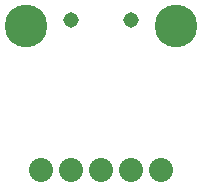
<source format=gbr>
G04 EAGLE Gerber RS-274X export*
G75*
%MOMM*%
%FSLAX34Y34*%
%LPD*%
%INSoldermask Bottom*%
%IPPOS*%
%AMOC8*
5,1,8,0,0,1.08239X$1,22.5*%
G01*
%ADD10C,3.617600*%
%ADD11C,2.032000*%
%ADD12C,1.308000*%


D10*
X25400Y139700D03*
X152400Y139700D03*
D11*
X38100Y17780D03*
X63500Y17780D03*
X88900Y17780D03*
X114300Y17780D03*
X139700Y17780D03*
D12*
X114300Y144780D03*
X63500Y144780D03*
M02*

</source>
